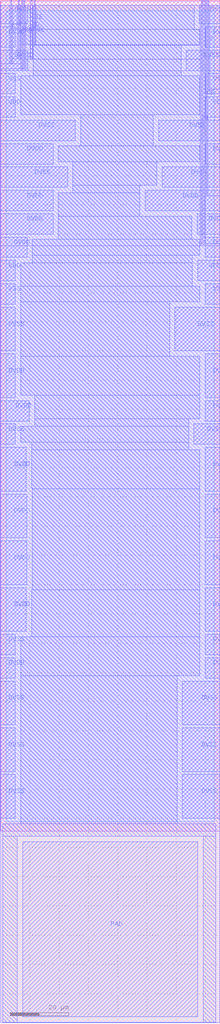
<source format=lef>
VERSION 5.7 ;
  NOWIREEXTENSIONATPIN ON ;
  DIVIDERCHAR "/" ;
  BUSBITCHARS "[]" ;
MACRO gf180mcu_ocd_io__bi_t
  CLASS PAD INOUT ;
  FOREIGN gf180mcu_ocd_io__bi_t ;
  ORIGIN 0.000 0.000 ;
  SIZE 75.000 BY 350.000 ;
  SYMMETRY X Y R90 ;
  SITE GF_IO_Site ;
  PIN A
    DIRECTION INPUT ;
    USE SIGNAL ;
    ANTENNAGATEAREA 0.504000 ;
    ANTENNADIFFAREA 1.000000 ;
    PORT
      LAYER Metal2 ;
        RECT 69.400 267.070 69.780 350.000 ;
    END
  END A
  PIN CS
    DIRECTION INPUT ;
    USE SIGNAL ;
    ANTENNAGATEAREA 0.504000 ;
    ANTENNADIFFAREA 1.000000 ;
    PORT
      LAYER Metal2 ;
        RECT 3.360 328.545 3.740 350.000 ;
    END
  END CS
  PIN DVDD
    DIRECTION INOUT ;
    USE POWER ;
    PORT
      LAYER Metal3 ;
        RECT 0.000 182.000 8.810 197.000 ;
    END
    PORT
      LAYER Metal3 ;
        RECT 0.000 214.000 5.000 229.000 ;
    END
    PORT
      LAYER Metal3 ;
        RECT 0.000 334.000 5.000 341.000 ;
    END
    PORT
      LAYER Metal3 ;
        RECT 0.000 294.000 17.930 301.000 ;
    END
    PORT
      LAYER Metal3 ;
        RECT 0.000 278.000 17.930 285.000 ;
    END
    PORT
      LAYER Metal3 ;
        RECT 0.000 270.000 17.930 277.000 ;
    END
    PORT
      LAYER Metal3 ;
        RECT 0.000 262.000 9.070 269.000 ;
    END
    PORT
      LAYER Metal3 ;
        RECT 0.000 206.000 9.815 213.000 ;
    END
    PORT
      LAYER Metal3 ;
        RECT 0.000 118.000 5.000 125.000 ;
    END
    PORT
      LAYER Metal3 ;
        RECT 0.000 134.000 8.810 149.000 ;
    END
    PORT
      LAYER Metal3 ;
        RECT 0.000 150.000 8.905 165.000 ;
    END
    PORT
      LAYER Metal3 ;
        RECT 0.000 166.000 8.905 181.000 ;
    END
    PORT
      LAYER Metal3 ;
        RECT 70.000 182.000 75.000 197.000 ;
    END
    PORT
      LAYER Metal3 ;
        RECT 70.000 214.000 75.000 229.000 ;
    END
    PORT
      LAYER Metal3 ;
        RECT 70.000 334.000 75.000 341.000 ;
    END
    PORT
      LAYER Metal3 ;
        RECT 70.000 294.000 75.000 301.000 ;
    END
    PORT
      LAYER Metal3 ;
        RECT 49.445 278.000 75.000 285.000 ;
    END
    PORT
      LAYER Metal3 ;
        RECT 67.195 270.000 75.000 277.000 ;
    END
    PORT
      LAYER Metal3 ;
        RECT 70.000 262.000 75.000 269.000 ;
    END
    PORT
      LAYER Metal3 ;
        RECT 70.000 206.000 75.000 213.000 ;
    END
    PORT
      LAYER Metal3 ;
        RECT 70.000 118.000 75.000 125.000 ;
    END
    PORT
      LAYER Metal3 ;
        RECT 70.000 134.000 75.000 149.000 ;
    END
    PORT
      LAYER Metal3 ;
        RECT 70.000 150.000 75.000 165.000 ;
    END
    PORT
      LAYER Metal3 ;
        RECT 70.000 166.000 75.000 181.000 ;
    END
  END DVDD
  PIN DVSS
    DIRECTION INOUT ;
    USE GROUND ;
    PORT
      LAYER Metal3 ;
        RECT 0.000 86.000 5.000 101.000 ;
    END
    PORT
      LAYER Metal3 ;
        RECT 0.000 70.000 5.000 85.000 ;
    END
    PORT
      LAYER Metal3 ;
        RECT 0.000 230.000 5.000 245.000 ;
    END
    PORT
      LAYER Metal3 ;
        RECT 0.000 198.000 5.000 205.000 ;
    END
    PORT
      LAYER Metal3 ;
        RECT 0.000 102.000 5.000 117.000 ;
    END
    PORT
      LAYER Metal3 ;
        RECT 0.000 126.000 5.000 133.000 ;
    END
    PORT
      LAYER Metal3 ;
        RECT 0.000 286.000 22.880 293.000 ;
    END
    PORT
      LAYER Metal3 ;
        RECT 0.000 302.000 25.555 309.000 ;
    END
    PORT
      LAYER Metal3 ;
        RECT 0.000 326.000 9.320 333.000 ;
    END
    PORT
      LAYER Metal3 ;
        RECT 0.000 342.000 9.320 348.390 ;
    END
    PORT
      LAYER Metal3 ;
        RECT 62.215 86.000 75.000 101.000 ;
    END
    PORT
      LAYER Metal3 ;
        RECT 62.215 70.000 75.000 85.000 ;
    END
    PORT
      LAYER Metal3 ;
        RECT 59.650 230.000 75.000 245.000 ;
    END
    PORT
      LAYER Metal3 ;
        RECT 66.125 198.000 75.000 205.000 ;
    END
    PORT
      LAYER Metal3 ;
        RECT 62.215 102.000 75.000 117.000 ;
    END
    PORT
      LAYER Metal3 ;
        RECT 70.000 126.000 75.000 133.000 ;
    END
    PORT
      LAYER Metal3 ;
        RECT 55.255 286.000 75.000 293.000 ;
    END
    PORT
      LAYER Metal3 ;
        RECT 54.080 302.000 75.000 309.000 ;
    END
    PORT
      LAYER Metal3 ;
        RECT 63.580 326.000 75.000 333.000 ;
    END
    PORT
      LAYER Metal3 ;
        RECT 68.000 342.000 75.000 348.390 ;
    END
  END DVSS
  PIN IE
    DIRECTION INPUT ;
    USE SIGNAL ;
    ANTENNAGATEAREA 0.504000 ;
    ANTENNADIFFAREA 1.000000 ;
    PORT
      LAYER Metal2 ;
        RECT 11.385 334.920 11.765 350.000 ;
    END
  END IE
  PIN OE
    DIRECTION INPUT ;
    USE SIGNAL ;
    ANTENNAGATEAREA 2.016000 ;
    ANTENNADIFFAREA 7.776000 ;
    PORT
      LAYER Metal2 ;
        RECT 70.130 283.445 70.510 350.000 ;
    END
  END OE
  PIN PAD
    DIRECTION INOUT ;
    USE SIGNAL ;
    ANTENNADIFFAREA 258.720001 ;
    PORT
      LAYER Metal3 ;
        RECT 7.500 2.000 67.500 62.000 ;
    END
  END PAD
  PIN PD
    DIRECTION INPUT ;
    USE SIGNAL ;
    ANTENNAGATEAREA 1.512000 ;
    ANTENNADIFFAREA 1.000000 ;
    PORT
      LAYER Metal2 ;
        RECT 10.330 330.100 10.710 350.000 ;
    END
  END PD
  PIN PDRV0
    DIRECTION INPUT ;
    USE SIGNAL ;
    ANTENNAGATEAREA 0.504000 ;
    ANTENNADIFFAREA 2.592000 ;
    PORT
      LAYER Metal2 ;
        RECT 7.110 326.870 7.490 350.000 ;
    END
  END PDRV0
  PIN PDRV1
    DIRECTION INPUT ;
    USE SIGNAL ;
    ANTENNAGATEAREA 0.504000 ;
    ANTENNADIFFAREA 2.592000 ;
    PORT
      LAYER Metal2 ;
        RECT 7.820 326.280 8.200 350.005 ;
    END
  END PDRV1
  PIN PU
    DIRECTION INPUT ;
    USE SIGNAL ;
    ANTENNAGATEAREA 1.008000 ;
    ANTENNADIFFAREA 1.795000 ;
    PORT
      LAYER Metal2 ;
        RECT 5.965 330.420 6.345 350.000 ;
    END
  END PU
  PIN SL
    DIRECTION INPUT ;
    USE SIGNAL ;
    ANTENNAGATEAREA 0.504000 ;
    ANTENNADIFFAREA 1.000000 ;
    PORT
      LAYER Metal2 ;
        RECT 68.670 266.340 69.050 350.000 ;
    END
  END SL
  PIN VDD
    DIRECTION INOUT ;
    USE POWER ;
    PORT
      LAYER Metal3 ;
        RECT 0.000 254.000 5.000 261.000 ;
    END
    PORT
      LAYER Metal3 ;
        RECT 0.000 310.000 5.000 317.000 ;
    END
    PORT
      LAYER Metal3 ;
        RECT 67.385 254.000 75.000 261.000 ;
    END
    PORT
      LAYER Metal3 ;
        RECT 70.000 310.000 75.000 317.000 ;
    END
  END VDD
  PIN VSS
    DIRECTION INOUT ;
    USE GROUND ;
    PORT
      LAYER Metal3 ;
        RECT 0.000 318.000 5.000 325.000 ;
    END
    PORT
      LAYER Metal3 ;
        RECT 0.000 246.000 5.000 253.000 ;
    END
    PORT
      LAYER Metal3 ;
        RECT 70.000 318.000 75.000 325.000 ;
    END
    PORT
      LAYER Metal3 ;
        RECT 70.000 246.000 75.000 253.000 ;
    END
  END VSS
  PIN Y
    DIRECTION OUTPUT ;
    USE SIGNAL ;
    ANTENNADIFFAREA 3.240000 ;
    PORT
      LAYER Metal2 ;
        RECT 70.860 319.900 71.240 350.000 ;
    END
  END Y
  OBS
      LAYER Nwell ;
        RECT 1.820 68.895 73.180 346.535 ;
      LAYER Metal1 ;
        RECT -0.160 65.540 75.160 349.785 ;
      LAYER Metal2 ;
        RECT 0.000 328.245 3.060 348.375 ;
        RECT 4.040 330.120 5.665 348.375 ;
        RECT 6.645 330.120 6.810 348.375 ;
        RECT 4.040 328.245 6.810 330.120 ;
        RECT 0.000 326.570 6.810 328.245 ;
        RECT 8.500 329.800 10.030 348.375 ;
        RECT 11.010 334.620 11.085 348.375 ;
        RECT 12.065 334.620 68.370 348.375 ;
        RECT 11.010 329.800 68.370 334.620 ;
        RECT 0.000 325.980 7.520 326.570 ;
        RECT 8.500 325.980 68.370 329.800 ;
        RECT 0.000 266.040 68.370 325.980 ;
        RECT 71.540 319.600 75.000 348.375 ;
        RECT 70.810 283.145 75.000 319.600 ;
        RECT 70.080 266.770 75.000 283.145 ;
        RECT 69.350 266.040 75.000 266.770 ;
        RECT 0.000 0.000 75.000 266.040 ;
      LAYER Metal3 ;
        RECT 11.120 340.200 66.200 348.390 ;
        RECT 6.800 334.800 68.200 340.200 ;
        RECT 11.120 324.200 61.780 334.800 ;
        RECT 6.800 310.800 68.200 324.200 ;
        RECT 27.355 300.200 52.280 310.800 ;
        RECT 19.730 294.800 68.200 300.200 ;
        RECT 24.680 286.800 53.455 294.800 ;
        RECT 24.680 284.200 47.645 286.800 ;
        RECT 19.730 276.200 47.645 284.200 ;
        RECT 19.730 268.200 65.395 276.200 ;
        RECT 10.870 262.800 68.200 268.200 ;
        RECT 10.870 260.200 65.585 262.800 ;
        RECT 6.800 252.200 65.585 260.200 ;
        RECT 6.800 246.800 68.200 252.200 ;
        RECT 6.800 228.200 57.850 246.800 ;
        RECT 6.800 214.800 68.200 228.200 ;
        RECT 11.615 206.800 68.200 214.800 ;
        RECT 11.615 204.200 64.325 206.800 ;
        RECT 6.800 198.800 64.325 204.200 ;
        RECT 10.610 196.200 64.325 198.800 ;
        RECT 10.610 182.800 68.200 196.200 ;
        RECT 10.705 148.200 68.200 182.800 ;
        RECT 10.610 132.200 68.200 148.200 ;
        RECT 6.800 118.800 68.200 132.200 ;
        RECT 6.800 68.200 60.415 118.800 ;
        RECT 0.665 63.800 73.640 68.200 ;
        RECT 0.665 0.200 5.700 63.800 ;
        RECT 69.300 0.200 73.640 63.800 ;
        RECT 0.665 0.000 73.640 0.200 ;
  END
END gf180mcu_ocd_io__bi_t
END LIBRARY


</source>
